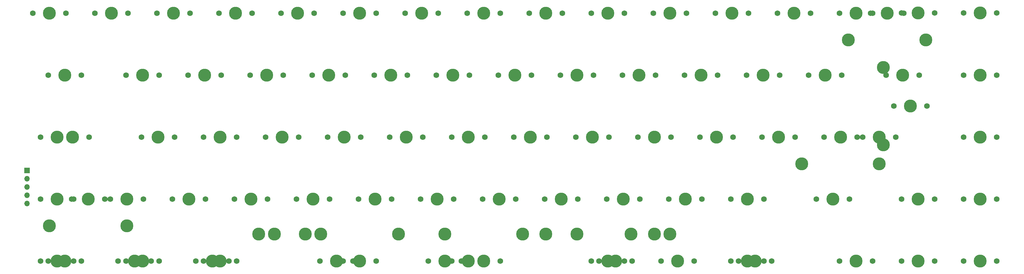
<source format=gbr>
%TF.GenerationSoftware,KiCad,Pcbnew,7.0.2-0*%
%TF.CreationDate,2023-06-24T13:13:04+03:00*%
%TF.ProjectId,rp2040-bakeneko65,72703230-3430-42d6-9261-6b656e656b6f,1*%
%TF.SameCoordinates,Original*%
%TF.FileFunction,Soldermask,Top*%
%TF.FilePolarity,Negative*%
%FSLAX46Y46*%
G04 Gerber Fmt 4.6, Leading zero omitted, Abs format (unit mm)*
G04 Created by KiCad (PCBNEW 7.0.2-0) date 2023-06-24 13:13:04*
%MOMM*%
%LPD*%
G01*
G04 APERTURE LIST*
%ADD10C,1.750000*%
%ADD11C,3.987800*%
%ADD12R,1.700000X1.700000*%
%ADD13O,1.700000X1.700000*%
G04 APERTURE END LIST*
D10*
%TO.C,SW42*%
X211613750Y-130968750D03*
D11*
X216693750Y-130968750D03*
D10*
X221773750Y-130968750D03*
%TD*%
%TO.C,SW27*%
X244951250Y-111918750D03*
D11*
X250031250Y-111918750D03*
D10*
X255111250Y-111918750D03*
%TD*%
%TO.C,SW76*%
X197326250Y-169068750D03*
D11*
X202406250Y-169068750D03*
D10*
X207486250Y-169068750D03*
%TD*%
%TO.C,SW14*%
X311626250Y-92868750D03*
D11*
X316706250Y-92868750D03*
D10*
X321786250Y-92868750D03*
%TD*%
%TO.C,SW41*%
X192563750Y-130968750D03*
D11*
X197643750Y-130968750D03*
D10*
X202723750Y-130968750D03*
%TD*%
%TO.C,SW39*%
X154463750Y-130968750D03*
D11*
X159543750Y-130968750D03*
D10*
X164623750Y-130968750D03*
%TD*%
%TO.C,SW33*%
X349726250Y-111918750D03*
D11*
X354806250Y-111918750D03*
D10*
X359886250Y-111918750D03*
%TD*%
%TO.C,SW37*%
X116363750Y-130968750D03*
D11*
X121443750Y-130968750D03*
D10*
X126523750Y-130968750D03*
%TD*%
%TO.C,SW43*%
X230663750Y-130968750D03*
D11*
X235743750Y-130968750D03*
D10*
X240823750Y-130968750D03*
%TD*%
%TO.C,SW52*%
X87788750Y-150018750D03*
D11*
X92868750Y-150018750D03*
D10*
X97948750Y-150018750D03*
%TD*%
%TO.C,SW17*%
X330708000Y-92837000D03*
D11*
X335788000Y-92837000D03*
D10*
X340868000Y-92837000D03*
%TD*%
%TO.C,SW68*%
X90170000Y-169068750D03*
D11*
X95250000Y-169068750D03*
D10*
X100330000Y-169068750D03*
%TD*%
%TO.C,SW21*%
X130651250Y-111918750D03*
D11*
X135731250Y-111918750D03*
D10*
X140811250Y-111918750D03*
%TD*%
%TO.C,SW40*%
X173513750Y-130968750D03*
D11*
X178593750Y-130968750D03*
D10*
X183673750Y-130968750D03*
%TD*%
D11*
%TO.C,S73*%
X176212500Y-160813750D03*
X152400000Y-160813750D03*
%TD*%
D10*
%TO.C,SW75*%
X192563750Y-169068750D03*
D11*
X197643750Y-169068750D03*
D10*
X202723750Y-169068750D03*
%TD*%
%TO.C,SW45*%
X268763750Y-130968750D03*
D11*
X273843750Y-130968750D03*
D10*
X278923750Y-130968750D03*
%TD*%
%TO.C,SW7*%
X178276250Y-92868750D03*
D11*
X183356250Y-92868750D03*
D10*
X188436250Y-92868750D03*
%TD*%
%TO.C,SW77*%
X235426250Y-169068750D03*
D11*
X240506250Y-169068750D03*
D10*
X245586250Y-169068750D03*
%TD*%
%TO.C,SW53*%
X106838750Y-150018750D03*
D11*
X111918750Y-150018750D03*
D10*
X116998750Y-150018750D03*
%TD*%
%TO.C,SW56*%
X163988750Y-150018750D03*
D11*
X169068750Y-150018750D03*
D10*
X174148750Y-150018750D03*
%TD*%
%TO.C,SW4*%
X121126250Y-92868750D03*
D11*
X126206250Y-92868750D03*
D10*
X131286250Y-92868750D03*
%TD*%
%TO.C,SW1*%
X63976250Y-92868750D03*
D11*
X69056250Y-92868750D03*
D10*
X74136250Y-92868750D03*
%TD*%
%TO.C,SW80*%
X278288750Y-169068750D03*
D11*
X283368750Y-169068750D03*
D10*
X288448750Y-169068750D03*
%TD*%
%TO.C,SW34*%
X66357500Y-130968750D03*
D11*
X71437500Y-130968750D03*
D10*
X76517500Y-130968750D03*
%TD*%
%TO.C,SW59*%
X221138750Y-150018750D03*
D11*
X226218750Y-150018750D03*
D10*
X231298750Y-150018750D03*
%TD*%
%TO.C,SW9*%
X216376250Y-92868750D03*
D11*
X221456250Y-92868750D03*
D10*
X226536250Y-92868750D03*
%TD*%
D12*
%TO.C,J2*%
X62230000Y-141224000D03*
D13*
X62230000Y-143764000D03*
X62230000Y-146304000D03*
X62230000Y-148844000D03*
X62230000Y-151384000D03*
%TD*%
D10*
%TO.C,SW6*%
X159226250Y-92868750D03*
D11*
X164306250Y-92868750D03*
D10*
X169386250Y-92868750D03*
%TD*%
%TO.C,SW81*%
X280670000Y-169068750D03*
D11*
X285750000Y-169068750D03*
D10*
X290830000Y-169068750D03*
%TD*%
D11*
%TO.C,S77*%
X259556250Y-160813750D03*
X221456250Y-160813750D03*
%TD*%
D10*
%TO.C,SW38*%
X135413750Y-130968750D03*
D11*
X140493750Y-130968750D03*
D10*
X145573750Y-130968750D03*
%TD*%
D11*
%TO.C,S50*%
X69056250Y-158273750D03*
X92868750Y-158273750D03*
%TD*%
D10*
%TO.C,SW66*%
X66357500Y-169068750D03*
D11*
X71437500Y-169068750D03*
D10*
X76517500Y-169068750D03*
%TD*%
%TO.C,SW51*%
X75882500Y-150018750D03*
D11*
X80962500Y-150018750D03*
D10*
X86042500Y-150018750D03*
%TD*%
%TO.C,SW55*%
X144938750Y-150018750D03*
D11*
X150018750Y-150018750D03*
D10*
X155098750Y-150018750D03*
%TD*%
%TO.C,SW44*%
X249713750Y-130968750D03*
D11*
X254793750Y-130968750D03*
D10*
X259873750Y-130968750D03*
%TD*%
%TO.C,SW57*%
X183038750Y-150018750D03*
D11*
X188118750Y-150018750D03*
D10*
X193198750Y-150018750D03*
%TD*%
%TO.C,SW30*%
X302101250Y-111918750D03*
D11*
X307181250Y-111918750D03*
D10*
X312261250Y-111918750D03*
%TD*%
%TO.C,SW2*%
X83026250Y-92868750D03*
D11*
X88106250Y-92868750D03*
D10*
X93186250Y-92868750D03*
%TD*%
D11*
%TO.C,S78*%
X254793750Y-160813750D03*
X230981250Y-160813750D03*
%TD*%
D10*
%TO.C,SW84*%
X349726250Y-169068750D03*
D11*
X354806250Y-169068750D03*
D10*
X359886250Y-169068750D03*
%TD*%
%TO.C,SW20*%
X111601250Y-111918750D03*
D11*
X116681250Y-111918750D03*
D10*
X121761250Y-111918750D03*
%TD*%
%TO.C,SW35*%
X71120000Y-130968750D03*
D11*
X76200000Y-130968750D03*
D10*
X81280000Y-130968750D03*
%TD*%
%TO.C,SW18*%
X68738750Y-111918750D03*
D11*
X73818750Y-111918750D03*
D10*
X78898750Y-111918750D03*
%TD*%
%TO.C,SW49*%
X349726250Y-130968750D03*
D11*
X354806250Y-130968750D03*
D10*
X359886250Y-130968750D03*
%TD*%
%TO.C,SW54*%
X125888750Y-150018750D03*
D11*
X130968750Y-150018750D03*
D10*
X136048750Y-150018750D03*
%TD*%
%TO.C,SW73*%
X159226250Y-169068750D03*
D11*
X164306250Y-169068750D03*
D10*
X169386250Y-169068750D03*
%TD*%
%TO.C,SW22*%
X149701250Y-111918750D03*
D11*
X154781250Y-111918750D03*
D10*
X159861250Y-111918750D03*
%TD*%
%TO.C,SW12*%
X273526250Y-92868750D03*
D11*
X278606250Y-92868750D03*
D10*
X283686250Y-92868750D03*
%TD*%
%TO.C,SW62*%
X278288750Y-150018750D03*
D11*
X283368750Y-150018750D03*
D10*
X288448750Y-150018750D03*
%TD*%
%TO.C,SW8*%
X197326250Y-92868750D03*
D11*
X202406250Y-92868750D03*
D10*
X207486250Y-92868750D03*
%TD*%
%TO.C,SW83*%
X330676250Y-169068750D03*
D11*
X335756250Y-169068750D03*
D10*
X340836250Y-169068750D03*
%TD*%
D11*
%TO.C,S32*%
X325120000Y-133350000D03*
X325120000Y-109537500D03*
%TD*%
D10*
%TO.C,SW46*%
X287813750Y-130968750D03*
D11*
X292893750Y-130968750D03*
D10*
X297973750Y-130968750D03*
%TD*%
%TO.C,SW48*%
X318770000Y-130968750D03*
D11*
X323850000Y-130968750D03*
D10*
X328930000Y-130968750D03*
%TD*%
%TO.C,SW67*%
X68738750Y-169068750D03*
D11*
X73818750Y-169068750D03*
D10*
X78898750Y-169068750D03*
%TD*%
%TO.C,SW61*%
X259238750Y-150018750D03*
D11*
X264318750Y-150018750D03*
D10*
X269398750Y-150018750D03*
%TD*%
%TO.C,SW82*%
X311626250Y-169068750D03*
D11*
X316706250Y-169068750D03*
D10*
X321786250Y-169068750D03*
%TD*%
%TO.C,SW26*%
X225901250Y-111918750D03*
D11*
X230981250Y-111918750D03*
D10*
X236061250Y-111918750D03*
%TD*%
D11*
%TO.C,S75*%
X247650000Y-160813750D03*
X147637500Y-160813750D03*
%TD*%
D10*
%TO.C,SW79*%
X256857500Y-169068750D03*
D11*
X261937500Y-169068750D03*
D10*
X267017500Y-169068750D03*
%TD*%
%TO.C,SW47*%
X306863750Y-130968750D03*
D11*
X311943750Y-130968750D03*
D10*
X317023750Y-130968750D03*
%TD*%
%TO.C,SW32*%
X328295000Y-121443750D03*
D11*
X333375000Y-121443750D03*
D10*
X338455000Y-121443750D03*
%TD*%
D11*
%TO.C,S74*%
X247650000Y-160813750D03*
X133350000Y-160813750D03*
%TD*%
%TO.C,S47*%
X300037500Y-139223750D03*
X323850000Y-139223750D03*
%TD*%
D10*
%TO.C,SW10*%
X235426250Y-92868750D03*
D11*
X240506250Y-92868750D03*
D10*
X245586250Y-92868750D03*
%TD*%
%TO.C,SW31*%
X325913750Y-111918750D03*
D11*
X330993750Y-111918750D03*
D10*
X336073750Y-111918750D03*
%TD*%
%TO.C,SW11*%
X254476250Y-92868750D03*
D11*
X259556250Y-92868750D03*
D10*
X264636250Y-92868750D03*
%TD*%
%TO.C,SW70*%
X113982500Y-169068750D03*
D11*
X119062500Y-169068750D03*
D10*
X124142500Y-169068750D03*
%TD*%
%TO.C,SW5*%
X140176250Y-92868750D03*
D11*
X145256250Y-92868750D03*
D10*
X150336250Y-92868750D03*
%TD*%
%TO.C,SW78*%
X237807500Y-169068750D03*
D11*
X242887500Y-169068750D03*
D10*
X247967500Y-169068750D03*
%TD*%
%TO.C,SW16*%
X349758000Y-92837000D03*
D11*
X354838000Y-92837000D03*
D10*
X359918000Y-92837000D03*
%TD*%
%TO.C,SW13*%
X292576250Y-92868750D03*
D11*
X297656250Y-92868750D03*
D10*
X302736250Y-92868750D03*
%TD*%
%TO.C,SW3*%
X102076250Y-92868750D03*
D11*
X107156250Y-92868750D03*
D10*
X112236250Y-92868750D03*
%TD*%
%TO.C,SW72*%
X152082500Y-169068750D03*
D11*
X157162500Y-169068750D03*
D10*
X162242500Y-169068750D03*
%TD*%
%TO.C,SW23*%
X168751250Y-111918750D03*
D11*
X173831250Y-111918750D03*
D10*
X178911250Y-111918750D03*
%TD*%
%TO.C,SW65*%
X349726250Y-150018750D03*
D11*
X354806250Y-150018750D03*
D10*
X359886250Y-150018750D03*
%TD*%
%TO.C,SW69*%
X92551250Y-169068750D03*
D11*
X97631250Y-169068750D03*
D10*
X102711250Y-169068750D03*
%TD*%
%TO.C,SW19*%
X92551250Y-111918750D03*
D11*
X97631250Y-111918750D03*
D10*
X102711250Y-111918750D03*
%TD*%
%TO.C,SW25*%
X206851250Y-111918750D03*
D11*
X211931250Y-111918750D03*
D10*
X217011250Y-111918750D03*
%TD*%
%TO.C,SW74*%
X185420000Y-169068750D03*
D11*
X190500000Y-169068750D03*
D10*
X195580000Y-169068750D03*
%TD*%
%TO.C,SW71*%
X116363750Y-169068750D03*
D11*
X121443750Y-169068750D03*
D10*
X126523750Y-169068750D03*
%TD*%
%TO.C,SW24*%
X187801250Y-111918750D03*
D11*
X192881250Y-111918750D03*
D10*
X197961250Y-111918750D03*
%TD*%
%TO.C,SW60*%
X240188750Y-150018750D03*
D11*
X245268750Y-150018750D03*
D10*
X250348750Y-150018750D03*
%TD*%
D11*
%TO.C,S76*%
X214312500Y-160813750D03*
X190500000Y-160813750D03*
%TD*%
D10*
%TO.C,SW63*%
X304482500Y-150018750D03*
D11*
X309562500Y-150018750D03*
D10*
X314642500Y-150018750D03*
%TD*%
%TO.C,SW50*%
X66357500Y-150018750D03*
D11*
X71437500Y-150018750D03*
D10*
X76517500Y-150018750D03*
%TD*%
%TO.C,SW58*%
X202088750Y-150018750D03*
D11*
X207168750Y-150018750D03*
D10*
X212248750Y-150018750D03*
%TD*%
D11*
%TO.C,S72*%
X176212500Y-160813750D03*
X138112500Y-160813750D03*
%TD*%
D10*
%TO.C,SW36*%
X97313750Y-130968750D03*
D11*
X102393750Y-130968750D03*
D10*
X107473750Y-130968750D03*
%TD*%
%TO.C,SW28*%
X264001250Y-111918750D03*
D11*
X269081250Y-111918750D03*
D10*
X274161250Y-111918750D03*
%TD*%
%TO.C,SW64*%
X330676250Y-150018750D03*
D11*
X335756250Y-150018750D03*
D10*
X340836250Y-150018750D03*
%TD*%
D11*
%TO.C,S17*%
X314325000Y-101092000D03*
X338137500Y-101092000D03*
%TD*%
D10*
%TO.C,SW15*%
X321151250Y-92868750D03*
D11*
X326231250Y-92868750D03*
D10*
X331311250Y-92868750D03*
%TD*%
%TO.C,SW29*%
X283051250Y-111918750D03*
D11*
X288131250Y-111918750D03*
D10*
X293211250Y-111918750D03*
%TD*%
M02*

</source>
